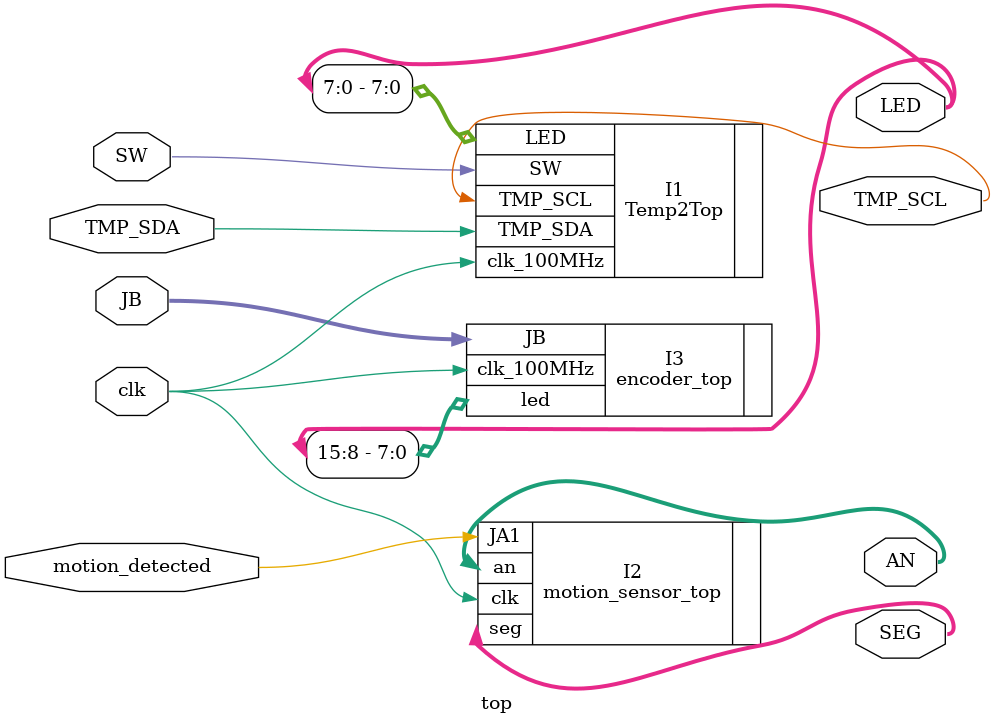
<source format=v>
`timescale 1ns / 1ps


module top(
    input clk,
    input SW,                  
    inout TMP_SDA,
    input motion_detected,
    input [7:4] JB,           
    output [15:0] LED,        
    output [6:0] SEG,         
    output [3:0] AN,          
    output TMP_SCL  
);
    
    
Temp2Top I1 (
    .clk_100MHz(clk),
    .SW(SW),
    .TMP_SDA(TMP_SDA),
    .TMP_SCL(TMP_SCL),
    .LED(LED[7:0])
);

motion_sensor_top I2(
    .clk(clk),
    .JA1(motion_detected),
    .seg(SEG),
    .an(AN)
);

encoder_top I3(
    .clk_100MHz(clk),
    .JB(JB),          
    .led(LED[15:8])
);
    
    
endmodule

</source>
